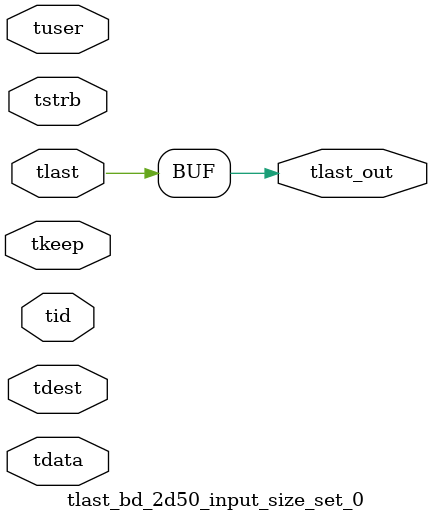
<source format=v>


`timescale 1ps/1ps

module tlast_bd_2d50_input_size_set_0 #
(
parameter C_S_AXIS_TID_WIDTH   = 1,
parameter C_S_AXIS_TUSER_WIDTH = 0,
parameter C_S_AXIS_TDATA_WIDTH = 0,
parameter C_S_AXIS_TDEST_WIDTH = 0
)
(
input  [(C_S_AXIS_TID_WIDTH   == 0 ? 1 : C_S_AXIS_TID_WIDTH)-1:0       ] tid,
input  [(C_S_AXIS_TDATA_WIDTH == 0 ? 1 : C_S_AXIS_TDATA_WIDTH)-1:0     ] tdata,
input  [(C_S_AXIS_TUSER_WIDTH == 0 ? 1 : C_S_AXIS_TUSER_WIDTH)-1:0     ] tuser,
input  [(C_S_AXIS_TDEST_WIDTH == 0 ? 1 : C_S_AXIS_TDEST_WIDTH)-1:0     ] tdest,
input  [(C_S_AXIS_TDATA_WIDTH/8)-1:0 ] tkeep,
input  [(C_S_AXIS_TDATA_WIDTH/8)-1:0 ] tstrb,
input  [0:0]                                                             tlast,
output                                                                   tlast_out
);

assign tlast_out = {tlast};

endmodule


</source>
